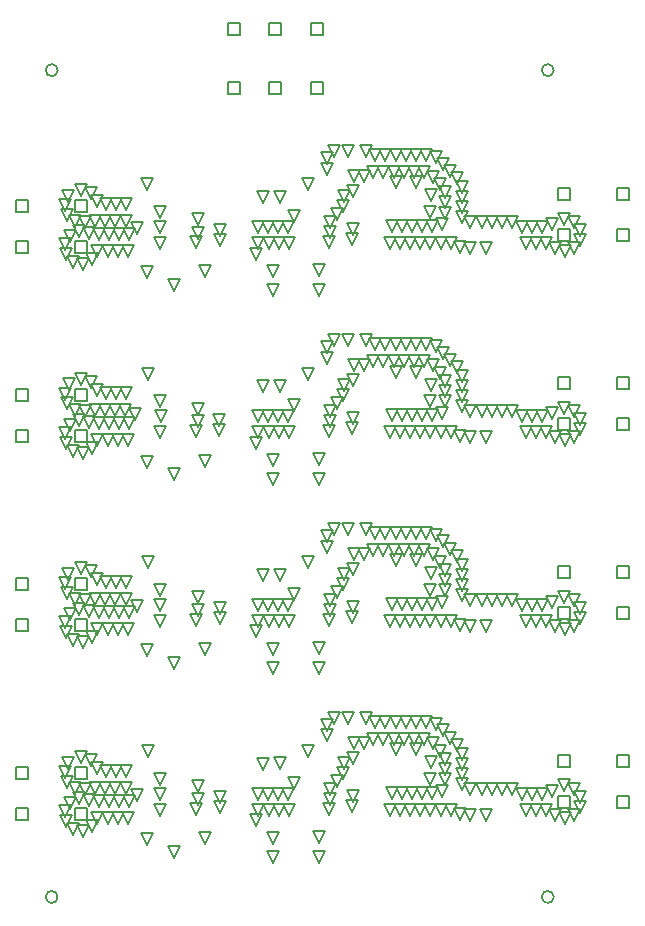
<source format=gbr>
G04*
G04 #@! TF.GenerationSoftware,Altium Limited,Altium Designer,25.1.2 (22)*
G04*
G04 Layer_Color=2752767*
%FSLAX25Y25*%
%MOIN*%
G70*
G04*
G04 #@! TF.SameCoordinates,F9270A21-815C-4611-AB15-1A1B74E7ADE5*
G04*
G04*
G04 #@! TF.FilePolarity,Positive*
G04*
G01*
G75*
%ADD11C,0.00500*%
%ADD28C,0.00667*%
D11*
X115815Y310992D02*
Y314992D01*
X119815D01*
Y310992D01*
X115815D01*
Y291307D02*
Y295307D01*
X119815D01*
Y291307D01*
X115815D01*
X102035Y310992D02*
Y314992D01*
X106035D01*
Y310992D01*
X102035D01*
Y291307D02*
Y295307D01*
X106035D01*
Y291307D01*
X102035D01*
X88256Y310992D02*
Y314992D01*
X92256D01*
Y310992D01*
X88256D01*
Y291307D02*
Y295307D01*
X92256D01*
Y291307D01*
X88256D01*
X17685Y188945D02*
Y192945D01*
X21685D01*
Y188945D01*
X17685D01*
X37370D02*
Y192945D01*
X41370D01*
Y188945D01*
X37370D01*
X17685Y175165D02*
Y179165D01*
X21685D01*
Y175165D01*
X17685D01*
X37370D02*
Y179165D01*
X41370D01*
Y175165D01*
X37370D01*
X17685Y251937D02*
Y255937D01*
X21685D01*
Y251937D01*
X17685D01*
X37370D02*
Y255937D01*
X41370D01*
Y251937D01*
X37370D01*
X17685Y238158D02*
Y242158D01*
X21685D01*
Y238158D01*
X17685D01*
X37370D02*
Y242158D01*
X41370D01*
Y238158D01*
X37370D01*
X218079Y242291D02*
Y246291D01*
X222079D01*
Y242291D01*
X218079D01*
X198394D02*
Y246291D01*
X202394D01*
Y242291D01*
X198394D01*
X218079Y256071D02*
Y260071D01*
X222079D01*
Y256071D01*
X218079D01*
X198394D02*
Y260071D01*
X202394D01*
Y256071D01*
X198394D01*
X218079Y179299D02*
Y183299D01*
X222079D01*
Y179299D01*
X218079D01*
X198394D02*
Y183299D01*
X202394D01*
Y179299D01*
X198394D01*
X218079Y193079D02*
Y197079D01*
X222079D01*
Y193079D01*
X218079D01*
X198394D02*
Y197079D01*
X202394D01*
Y193079D01*
X198394D01*
X17685Y125953D02*
Y129953D01*
X21685D01*
Y125953D01*
X17685D01*
X37370D02*
Y129953D01*
X41370D01*
Y125953D01*
X37370D01*
X17685Y112173D02*
Y116173D01*
X21685D01*
Y112173D01*
X17685D01*
X37370D02*
Y116173D01*
X41370D01*
Y112173D01*
X37370D01*
X218079Y116307D02*
Y120307D01*
X222079D01*
Y116307D01*
X218079D01*
X198394D02*
Y120307D01*
X202394D01*
Y116307D01*
X198394D01*
X218079Y130087D02*
Y134087D01*
X222079D01*
Y130087D01*
X218079D01*
X198394D02*
Y134087D01*
X202394D01*
Y130087D01*
X198394D01*
X17685Y62961D02*
Y66961D01*
X21685D01*
Y62961D01*
X17685D01*
X37370D02*
Y66961D01*
X41370D01*
Y62961D01*
X37370D01*
X17685Y49181D02*
Y53181D01*
X21685D01*
Y49181D01*
X17685D01*
X37370D02*
Y53181D01*
X41370D01*
Y49181D01*
X37370D01*
X218079Y53315D02*
Y57315D01*
X222079D01*
Y53315D01*
X218079D01*
X198394D02*
Y57315D01*
X202394D01*
Y53315D01*
X198394D01*
X218079Y67094D02*
Y71095D01*
X222079D01*
Y67094D01*
X218079D01*
X198394D02*
Y71095D01*
X202394D01*
Y67094D01*
X198394D01*
X191051Y239526D02*
X189051Y243526D01*
X193051D01*
X191051Y239526D01*
X194413D02*
X192413Y243526D01*
X196413D01*
X194413Y239526D01*
X187689Y176534D02*
X185689Y180534D01*
X189689D01*
X187689Y176534D01*
X186180Y245056D02*
X184180Y249056D01*
X188180D01*
X186180Y245056D01*
X205597Y244028D02*
X203597Y248028D01*
X207597D01*
X205597Y244028D01*
X191051Y113542D02*
X189051Y117542D01*
X193051D01*
X191051Y113542D01*
X205627Y114682D02*
X203627Y118682D01*
X207627D01*
X205627Y114682D01*
X189542Y56080D02*
X187542Y60080D01*
X191542D01*
X189542Y56080D01*
X173047Y183531D02*
X171047Y187531D01*
X175047D01*
X173047Y183531D01*
X200394Y121769D02*
X198394Y125769D01*
X202394D01*
X200394Y121769D01*
X183133Y246479D02*
X181133Y250479D01*
X185133D01*
X183133Y246479D01*
X186180Y119072D02*
X184180Y123072D01*
X188180D01*
X186180Y119072D01*
X197286Y237779D02*
X195286Y241779D01*
X199286D01*
X197286Y237779D01*
X187689Y239526D02*
X185689Y243526D01*
X189689D01*
X187689Y239526D01*
X189542Y245056D02*
X187542Y249056D01*
X191542D01*
X189542Y245056D01*
X205627Y240666D02*
X203627Y244666D01*
X207627D01*
X205627Y240666D01*
X186180Y56080D02*
X184180Y60080D01*
X188180D01*
X186180Y56080D01*
X200509Y47846D02*
X198509Y51846D01*
X202509D01*
X200509Y47846D01*
X174472Y49083D02*
X172473Y53083D01*
X176472D01*
X174472Y49083D01*
X200394Y247753D02*
X198394Y251753D01*
X202394D01*
X200394Y247753D01*
X196184Y245794D02*
X194184Y249794D01*
X198184D01*
X196184Y245794D01*
X189542Y182064D02*
X187542Y186064D01*
X191542D01*
X189542Y182064D01*
X176409Y183509D02*
X174409Y187509D01*
X178409D01*
X176409Y183509D01*
X205597Y55052D02*
X203597Y59052D01*
X207597D01*
X205597Y55052D01*
X197286Y48803D02*
X195286Y52803D01*
X199286D01*
X197286Y48803D01*
X203597Y183739D02*
X201597Y187739D01*
X205597D01*
X203597Y183739D01*
X196184Y56818D02*
X194184Y60818D01*
X198184D01*
X196184Y56818D01*
X192904Y56080D02*
X190904Y60080D01*
X194904D01*
X192904Y56080D01*
Y182064D02*
X190904Y186064D01*
X194904D01*
X192904Y182064D01*
X174472Y112075D02*
X172473Y116075D01*
X176472D01*
X174472Y112075D01*
X196184Y119810D02*
X194184Y123810D01*
X198184D01*
X196184Y119810D01*
X192904Y245056D02*
X190904Y249056D01*
X194904D01*
X192904Y245056D01*
X203686Y174929D02*
X201686Y178929D01*
X205686D01*
X203686Y174929D01*
X205597Y118044D02*
X203597Y122044D01*
X207597D01*
X205597Y118044D01*
X179771Y57527D02*
X177771Y61527D01*
X181771D01*
X179771Y57527D01*
X200394Y184761D02*
X198394Y188761D01*
X202394D01*
X200394Y184761D01*
X205627Y51690D02*
X203627Y55690D01*
X207627D01*
X205627Y51690D01*
X200509Y236822D02*
X198509Y240822D01*
X202509D01*
X200509Y236822D01*
X203686Y48944D02*
X201686Y52944D01*
X205686D01*
X203686Y48944D01*
X176409Y120517D02*
X174409Y124517D01*
X178409D01*
X176409Y120517D01*
X203597Y120747D02*
X201597Y124747D01*
X205597D01*
X203597Y120747D01*
X196184Y182802D02*
X194184Y186802D01*
X198184D01*
X196184Y182802D01*
X173047Y246523D02*
X171047Y250523D01*
X175047D01*
X173047Y246523D01*
Y120539D02*
X171047Y124539D01*
X175047D01*
X173047Y120539D01*
X176409Y246501D02*
X174409Y250501D01*
X178409D01*
X176409Y246501D01*
X200509Y173830D02*
X198509Y177830D01*
X202509D01*
X200509Y173830D01*
X176409Y57525D02*
X174409Y61525D01*
X178409D01*
X176409Y57525D01*
X187689Y50550D02*
X185689Y54550D01*
X189689D01*
X187689Y50550D01*
X179771Y246503D02*
X177771Y250503D01*
X181771D01*
X179771Y246503D01*
X197286Y174787D02*
X195286Y178787D01*
X199286D01*
X197286Y174787D01*
X183133Y120495D02*
X181133Y124495D01*
X185133D01*
X183133Y120495D01*
X194413Y113542D02*
X192413Y117542D01*
X196413D01*
X194413Y113542D01*
X179771Y183511D02*
X177771Y187511D01*
X181771D01*
X179771Y183511D01*
X205597Y181036D02*
X203597Y185036D01*
X207597D01*
X205597Y181036D01*
X200509Y110838D02*
X198509Y114838D01*
X202509D01*
X200509Y110838D01*
X200394Y58777D02*
X198394Y62777D01*
X202394D01*
X200394Y58777D01*
X203686Y111936D02*
X201686Y115937D01*
X205686D01*
X203686Y111936D01*
X203597Y57754D02*
X201597Y61754D01*
X205597D01*
X203597Y57754D01*
X183133Y57503D02*
X181133Y61503D01*
X185133D01*
X183133Y57503D01*
X203597Y246731D02*
X201597Y250731D01*
X205597D01*
X203597Y246731D01*
X174472Y238060D02*
X172473Y242060D01*
X176472D01*
X174472Y238060D01*
X192904Y119072D02*
X190904Y123072D01*
X194904D01*
X192904Y119072D01*
X179771Y120519D02*
X177771Y124519D01*
X181771D01*
X179771Y120519D01*
X197286Y111795D02*
X195286Y115795D01*
X199286D01*
X197286Y111795D01*
X203686Y237921D02*
X201686Y241921D01*
X205686D01*
X203686Y237921D01*
X174472Y175067D02*
X172473Y179068D01*
X176472D01*
X174472Y175067D01*
X187689Y113542D02*
X185689Y117542D01*
X189689D01*
X187689Y113542D01*
X194413Y50550D02*
X192413Y54550D01*
X196413D01*
X194413Y50550D01*
X191051Y176534D02*
X189051Y180534D01*
X193051D01*
X191051Y176534D01*
X183133Y183487D02*
X181133Y187487D01*
X185133D01*
X183133Y183487D01*
X173047Y57547D02*
X171047Y61547D01*
X175047D01*
X173047Y57547D01*
X189542Y119072D02*
X187542Y123072D01*
X191542D01*
X189542Y119072D01*
X191051Y50550D02*
X189051Y54550D01*
X193051D01*
X191051Y50550D01*
X186180Y182064D02*
X184180Y186064D01*
X188180D01*
X186180Y182064D01*
X205627Y177674D02*
X203627Y181674D01*
X207627D01*
X205627Y177674D01*
X194413Y176534D02*
X192413Y180534D01*
X196413D01*
X194413Y176534D01*
X169078Y57547D02*
X167078Y61547D01*
X171078D01*
X169078Y57547D01*
X168954Y49083D02*
X166954Y53083D01*
X170954D01*
X168954Y49083D01*
X165596Y49247D02*
X163596Y53247D01*
X167596D01*
X165596Y49247D01*
X162522Y50609D02*
X160522Y54609D01*
X164522D01*
X162522Y50609D01*
X159160D02*
X157160Y54609D01*
X161160D01*
X159160Y50609D01*
X155798D02*
X153798Y54609D01*
X157798D01*
X155798Y50609D01*
X152436D02*
X150436Y54609D01*
X154436D01*
X152436Y50609D01*
X149073D02*
X147073Y54609D01*
X151073D01*
X149073Y50609D01*
X145711D02*
X143711Y54609D01*
X147711D01*
X145711Y50609D01*
X142349D02*
X140349Y54609D01*
X144349D01*
X142349Y50609D01*
X129677Y52012D02*
X127677Y56012D01*
X131677D01*
X129677Y52012D01*
X129867Y55369D02*
X127867Y59369D01*
X131867D01*
X129867Y55369D01*
X142940Y56139D02*
X140940Y60139D01*
X144940D01*
X142940Y56139D01*
X146303D02*
X144303Y60139D01*
X148303D01*
X146303Y56139D01*
X149665D02*
X147665Y60139D01*
X151665D01*
X149665Y56139D01*
X153027D02*
X151027Y60139D01*
X155027D01*
X153027Y56139D01*
X156389D02*
X154389Y60139D01*
X158389D01*
X156389Y56139D01*
X159639Y57001D02*
X157639Y61001D01*
X161639D01*
X159639Y57001D01*
X169078Y120539D02*
X167078Y124539D01*
X171078D01*
X169078Y120539D01*
X168954Y112075D02*
X166954Y116075D01*
X170954D01*
X168954Y112075D01*
X165596Y112239D02*
X163596Y116239D01*
X167596D01*
X165596Y112239D01*
X162522Y113601D02*
X160522Y117601D01*
X164522D01*
X162522Y113601D01*
X159160D02*
X157160Y117601D01*
X161160D01*
X159160Y113601D01*
X155798D02*
X153798Y117601D01*
X157798D01*
X155798Y113601D01*
X152436D02*
X150436Y117601D01*
X154436D01*
X152436Y113601D01*
X149073D02*
X147073Y117601D01*
X151073D01*
X149073Y113601D01*
X145711D02*
X143711Y117601D01*
X147711D01*
X145711Y113601D01*
X142349D02*
X140349Y117601D01*
X144349D01*
X142349Y113601D01*
X129677Y115004D02*
X127677Y119004D01*
X131677D01*
X129677Y115004D01*
X129867Y118361D02*
X127867Y122361D01*
X131867D01*
X129867Y118361D01*
X142940Y119131D02*
X140940Y123131D01*
X144940D01*
X142940Y119131D01*
X146303D02*
X144303Y123131D01*
X148303D01*
X146303Y119131D01*
X149665D02*
X147665Y123131D01*
X151665D01*
X149665Y119131D01*
X153027D02*
X151027Y123131D01*
X155027D01*
X153027Y119131D01*
X156389D02*
X154389Y123131D01*
X158389D01*
X156389Y119131D01*
X159639Y119993D02*
X157639Y123993D01*
X161639D01*
X159639Y119993D01*
X169078Y183531D02*
X167078Y187531D01*
X171078D01*
X169078Y183531D01*
X168954Y175067D02*
X166954Y179068D01*
X170954D01*
X168954Y175067D01*
X165596Y175231D02*
X163596Y179231D01*
X167596D01*
X165596Y175231D01*
X162522Y176593D02*
X160522Y180593D01*
X164522D01*
X162522Y176593D01*
X159160D02*
X157160Y180593D01*
X161160D01*
X159160Y176593D01*
X155798D02*
X153798Y180593D01*
X157798D01*
X155798Y176593D01*
X152436D02*
X150436Y180593D01*
X154436D01*
X152436Y176593D01*
X149073D02*
X147073Y180593D01*
X151073D01*
X149073Y176593D01*
X145711D02*
X143711Y180593D01*
X147711D01*
X145711Y176593D01*
X142349D02*
X140349Y180593D01*
X144349D01*
X142349Y176593D01*
X129677Y177996D02*
X127677Y181996D01*
X131677D01*
X129677Y177996D01*
X129867Y181353D02*
X127867Y185353D01*
X131867D01*
X129867Y181353D01*
X142940Y182123D02*
X140940Y186123D01*
X144940D01*
X142940Y182123D01*
X146303D02*
X144303Y186123D01*
X148303D01*
X146303Y182123D01*
X149665D02*
X147665Y186123D01*
X151665D01*
X149665Y182123D01*
X153027D02*
X151027Y186123D01*
X155027D01*
X153027Y182123D01*
X156389D02*
X154389Y186123D01*
X158389D01*
X156389Y182123D01*
X159639Y182985D02*
X157639Y186985D01*
X161639D01*
X159639Y182985D01*
Y245977D02*
X157639Y249977D01*
X161639D01*
X159639Y245977D01*
X156389Y245115D02*
X154389Y249115D01*
X158389D01*
X156389Y245115D01*
X153027D02*
X151027Y249115D01*
X155027D01*
X153027Y245115D01*
X149665D02*
X147665Y249115D01*
X151665D01*
X149665Y245115D01*
X146303D02*
X144303Y249115D01*
X148303D01*
X146303Y245115D01*
X142940D02*
X140940Y249115D01*
X144940D01*
X142940Y245115D01*
X129867Y244345D02*
X127867Y248345D01*
X131867D01*
X129867Y244345D01*
X129677Y240988D02*
X127677Y244988D01*
X131677D01*
X129677Y240988D01*
X142349Y239585D02*
X140349Y243585D01*
X144349D01*
X142349Y239585D01*
X145711D02*
X143711Y243585D01*
X147711D01*
X145711Y239585D01*
X149073D02*
X147073Y243585D01*
X151073D01*
X149073Y239585D01*
X152436D02*
X150436Y243585D01*
X154436D01*
X152436Y239585D01*
X155798D02*
X153798Y243585D01*
X157798D01*
X155798Y239585D01*
X159160D02*
X157160Y243585D01*
X161160D01*
X159160Y239585D01*
X162522D02*
X160522Y243585D01*
X164522D01*
X162522Y239585D01*
X165596Y238223D02*
X163596Y242223D01*
X167596D01*
X165596Y238223D01*
X168954Y238060D02*
X166954Y242060D01*
X170954D01*
X168954Y238060D01*
X169078Y246523D02*
X167078Y250523D01*
X171078D01*
X169078Y246523D01*
X166151Y254902D02*
X164151Y258902D01*
X168151D01*
X166151Y254902D01*
X160621Y249766D02*
X158621Y253766D01*
X162621D01*
X160621Y249766D01*
X166151Y248178D02*
X164151Y252178D01*
X168151D01*
X166151Y248178D01*
Y251540D02*
X164151Y255540D01*
X168151D01*
X166151Y251540D01*
X160621Y253128D02*
X158621Y257128D01*
X162621D01*
X160621Y253128D01*
X155709Y60894D02*
X153709Y64894D01*
X157709D01*
X155709Y60894D01*
Y123886D02*
X153709Y127886D01*
X157709D01*
X155709Y123886D01*
Y186878D02*
X153709Y190878D01*
X157709D01*
X155709Y186878D01*
Y249969D02*
X153709Y253969D01*
X157709D01*
X155709Y249969D01*
X61417Y259319D02*
X59417Y263319D01*
X63417D01*
X61417Y259319D01*
X103248Y41405D02*
X101248Y45406D01*
X105248D01*
X103248Y41405D01*
Y34811D02*
X101248Y38811D01*
X105248D01*
X103248Y34811D01*
Y104398D02*
X101248Y108398D01*
X105248D01*
X103248Y104398D01*
Y97803D02*
X101248Y101803D01*
X105248D01*
X103248Y97803D01*
Y167390D02*
X101248Y171390D01*
X105248D01*
X103248Y167390D01*
Y160795D02*
X101248Y164795D01*
X105248D01*
X103248Y160795D01*
Y223787D02*
X101248Y227787D01*
X105248D01*
X103248Y223787D01*
Y230382D02*
X101248Y234382D01*
X105248D01*
X103248Y230382D01*
X61516Y70342D02*
X59516Y74343D01*
X63516D01*
X61516Y70342D01*
X61417Y40815D02*
X59417Y44815D01*
X63417D01*
X61417Y40815D01*
X80610Y41209D02*
X78610Y45209D01*
X82610D01*
X80610Y41209D01*
X97638Y47114D02*
X95638Y51114D01*
X99638D01*
X97638Y47114D01*
X105709Y66110D02*
X103709Y70110D01*
X107709D01*
X105709Y66110D01*
X115059Y70244D02*
X113059Y74244D01*
X117059D01*
X115059Y70244D01*
X144390Y70933D02*
X142390Y74933D01*
X146390D01*
X144390Y70933D01*
X151083D02*
X149083Y74933D01*
X153083D01*
X151083Y70933D01*
X155905Y66701D02*
X153905Y70701D01*
X157905D01*
X155905Y66701D01*
X61516Y133335D02*
X59516Y137335D01*
X63516D01*
X61516Y133335D01*
X61417Y103807D02*
X59417Y107807D01*
X63417D01*
X61417Y103807D01*
X80610Y104201D02*
X78610Y108201D01*
X82610D01*
X80610Y104201D01*
X97638Y110106D02*
X95638Y114106D01*
X99638D01*
X97638Y110106D01*
X105709Y129102D02*
X103709Y133102D01*
X107709D01*
X105709Y129102D01*
X115059Y133236D02*
X113059Y137236D01*
X117059D01*
X115059Y133236D01*
X144390Y133925D02*
X142390Y137925D01*
X146390D01*
X144390Y133925D01*
X151083D02*
X149083Y137925D01*
X153083D01*
X151083Y133925D01*
X155905Y129693D02*
X153905Y133693D01*
X157905D01*
X155905Y129693D01*
X61516Y196072D02*
X59516Y200072D01*
X63516D01*
X61516Y196072D01*
X61417Y166544D02*
X59417Y170544D01*
X63417D01*
X61417Y166544D01*
X80610Y166938D02*
X78610Y170938D01*
X82610D01*
X80610Y166938D01*
X97638Y172843D02*
X95638Y176843D01*
X99638D01*
X97638Y172843D01*
X105709Y191839D02*
X103709Y195839D01*
X107709D01*
X105709Y191839D01*
X115059Y195973D02*
X113059Y199973D01*
X117059D01*
X115059Y195973D01*
X144390Y196662D02*
X142390Y200662D01*
X146390D01*
X144390Y196662D01*
X151083D02*
X149083Y200662D01*
X153083D01*
X151083Y196662D01*
X155905Y192430D02*
X153905Y196430D01*
X157905D01*
X155905Y192430D01*
Y255677D02*
X153905Y259677D01*
X157905D01*
X155905Y255677D01*
X151083Y259910D02*
X149083Y263910D01*
X153083D01*
X151083Y259910D01*
X144390D02*
X142390Y263910D01*
X146390D01*
X144390Y259910D01*
X115059Y259221D02*
X113059Y263221D01*
X117059D01*
X115059Y259221D01*
X105709Y255087D02*
X103709Y259087D01*
X107709D01*
X105709Y255087D01*
X97638Y236090D02*
X95638Y240090D01*
X99638D01*
X97638Y236090D01*
X80610Y230185D02*
X78610Y234185D01*
X82610D01*
X80610Y230185D01*
X61417Y229791D02*
X59417Y233791D01*
X63417D01*
X61417Y229791D01*
X118701Y34909D02*
X116701Y38909D01*
X120701D01*
X118701Y34909D01*
Y41602D02*
X116701Y45602D01*
X120701D01*
X118701Y41602D01*
Y97902D02*
X116701Y101902D01*
X120701D01*
X118701Y97902D01*
Y104595D02*
X116701Y108595D01*
X120701D01*
X118701Y104595D01*
Y160894D02*
X116701Y164894D01*
X120701D01*
X118701Y160894D01*
Y167587D02*
X116701Y171587D01*
X120701D01*
X118701Y167587D01*
Y230579D02*
X116701Y234579D01*
X120701D01*
X118701Y230579D01*
Y223886D02*
X116701Y227886D01*
X120701D01*
X118701Y223886D01*
X99902Y66012D02*
X97902Y70012D01*
X101902D01*
X99902Y66012D01*
Y129004D02*
X97902Y133004D01*
X101902D01*
X99902Y129004D01*
Y191996D02*
X97902Y195996D01*
X101902D01*
X99902Y191996D01*
X70177Y36583D02*
X68177Y40583D01*
X72177D01*
X70177Y36583D01*
Y99575D02*
X68177Y103575D01*
X72177D01*
X70177Y99575D01*
Y162567D02*
X68177Y166567D01*
X72177D01*
X70177Y162567D01*
X99902Y254988D02*
X97902Y258988D01*
X101902D01*
X99902Y254988D01*
X70177Y225559D02*
X68177Y229559D01*
X72177D01*
X70177Y225559D01*
X121812Y239922D02*
X119812Y243922D01*
X123812D01*
X121812Y239922D01*
X105186Y50540D02*
X103186Y54540D01*
X107186D01*
X105186Y50540D01*
X121812Y50946D02*
X119812Y54946D01*
X123812D01*
X121812Y50946D01*
X101744Y182054D02*
X99744Y186054D01*
X103744D01*
X101744Y182054D01*
X108468Y56070D02*
X106468Y60070D01*
X110468D01*
X108468Y56070D01*
X85447Y180770D02*
X83447Y184770D01*
X87447D01*
X85447Y180770D01*
X105106Y245046D02*
X103106Y249046D01*
X107106D01*
X105106Y245046D01*
X121812Y113938D02*
X119812Y117938D01*
X123812D01*
X121812Y113938D01*
X85473Y177408D02*
X83473Y181407D01*
X87473D01*
X85473Y177408D01*
X101744Y56070D02*
X99744Y60070D01*
X103744D01*
X101744Y56070D01*
X85516Y54854D02*
X83516Y58854D01*
X87516D01*
X85516Y54854D01*
X105186Y176524D02*
X103186Y180524D01*
X107186D01*
X105186Y176524D01*
X101824Y239516D02*
X99824Y243516D01*
X103824D01*
X101824Y239516D01*
X108468Y182054D02*
X106468Y186054D01*
X110468D01*
X108468Y182054D01*
X85542Y51492D02*
X83542Y55492D01*
X87542D01*
X85542Y51492D01*
X108468Y119062D02*
X106468Y123062D01*
X110468D01*
X108468Y119062D01*
X122386Y243235D02*
X120386Y247235D01*
X124386D01*
X122386Y243235D01*
Y54259D02*
X120386Y58259D01*
X124386D01*
X122386Y54259D01*
X105106Y182054D02*
X103106Y186054D01*
X107106D01*
X105106Y182054D01*
X101824Y176524D02*
X99824Y180524D01*
X103824D01*
X101824Y176524D01*
X105186Y113532D02*
X103186Y117532D01*
X107186D01*
X105186Y113532D01*
X122386Y117251D02*
X120386Y121251D01*
X124386D01*
X122386Y117251D01*
X101824Y50540D02*
X99824Y54540D01*
X103824D01*
X101824Y50540D01*
Y113532D02*
X99824Y117532D01*
X103824D01*
X101824Y113532D01*
X105106Y56070D02*
X103106Y60070D01*
X107106D01*
X105106Y56070D01*
X108548Y176524D02*
X106548Y180524D01*
X110548D01*
X108548Y176524D01*
X121812Y176930D02*
X119812Y180930D01*
X123812D01*
X121812Y176930D01*
X98382Y119062D02*
X96382Y123062D01*
X100382D01*
X98382Y119062D01*
X98462Y113532D02*
X96461Y117532D01*
X100461D01*
X98462Y113532D01*
X85516Y117846D02*
X83516Y121846D01*
X87516D01*
X85516Y117846D01*
X122386Y180243D02*
X120386Y184243D01*
X124386D01*
X122386Y180243D01*
X98382Y245046D02*
X96382Y249046D01*
X100382D01*
X98382Y245046D01*
X101744D02*
X99744Y249046D01*
X103744D01*
X101744Y245046D01*
X98382Y56070D02*
X96382Y60070D01*
X100382D01*
X98382Y56070D01*
X98462Y176524D02*
X96461Y180524D01*
X100461D01*
X98462Y176524D01*
X85516Y243831D02*
X83516Y247831D01*
X87516D01*
X85516Y243831D01*
X108548Y50540D02*
X106548Y54540D01*
X110548D01*
X108548Y50540D01*
X98462D02*
X96461Y54540D01*
X100461D01*
X98462Y50540D01*
X98382Y182054D02*
X96382Y186054D01*
X100382D01*
X98382Y182054D01*
X108468Y245046D02*
X106468Y249046D01*
X110468D01*
X108468Y245046D01*
X85542Y240469D02*
X83542Y244468D01*
X87542D01*
X85542Y240469D01*
X108548Y239516D02*
X106548Y243516D01*
X110548D01*
X108548Y239516D01*
X85542Y114484D02*
X83542Y118484D01*
X87542D01*
X85542Y114484D01*
X108548Y113532D02*
X106548Y117532D01*
X110548D01*
X108548Y113532D01*
X105186Y239516D02*
X103186Y243516D01*
X107186D01*
X105186Y239516D01*
X98462D02*
X96461Y243516D01*
X100461D01*
X98462Y239516D01*
X101744Y119062D02*
X99744Y123062D01*
X103744D01*
X101744Y119062D01*
X105106D02*
X103106Y123062D01*
X107106D01*
X105106Y119062D01*
X110195Y59566D02*
X108195Y63566D01*
X112195D01*
X110195Y59566D01*
X39370Y68423D02*
X37370Y72422D01*
X41370D01*
X39370Y68423D01*
X42573Y67400D02*
X40573Y71400D01*
X44573D01*
X42573Y67400D01*
X44573Y64697D02*
X42573Y68698D01*
X46573D01*
X44573Y64697D01*
X47700Y63462D02*
X45700Y67462D01*
X49700D01*
X47700Y63462D01*
X51062D02*
X49062Y67462D01*
X53062D01*
X51062Y63462D01*
X54425D02*
X52425Y67462D01*
X56425D01*
X54425Y63462D01*
X65748Y61090D02*
X63748Y65091D01*
X67748D01*
X65748Y61090D01*
X78173Y58524D02*
X76173Y62524D01*
X80173D01*
X78173Y58524D01*
X54156Y57932D02*
X52156Y61932D01*
X56156D01*
X54156Y57932D01*
X50794D02*
X48794Y61932D01*
X52794D01*
X50794Y57932D01*
X47432D02*
X45432Y61932D01*
X49432D01*
X47432Y57932D01*
X44070D02*
X42070Y61932D01*
X46070D01*
X44070Y57932D01*
X40718Y57663D02*
X38718Y61663D01*
X42718D01*
X40718Y57663D01*
X37363Y57869D02*
X35362Y61870D01*
X39362D01*
X37363Y57869D01*
X34756Y59994D02*
X32756Y63994D01*
X36756D01*
X34756Y59994D01*
X33890Y63242D02*
X31890Y67242D01*
X35890D01*
X33890Y63242D01*
X35097Y66380D02*
X33097Y70380D01*
X37097D01*
X35097Y66380D01*
X78173Y54121D02*
X76173Y58121D01*
X80173D01*
X78173Y54121D01*
X77600Y50808D02*
X75599Y54808D01*
X79599D01*
X77600Y50808D01*
X54874Y48089D02*
X52874Y52089D01*
X56874D01*
X54874Y48089D01*
X51512D02*
X49512Y52089D01*
X53512D01*
X51512Y48089D01*
X48149D02*
X46150Y52089D01*
X50150D01*
X48149Y48089D01*
X44787D02*
X42787Y52089D01*
X46787D01*
X44787Y48089D01*
X43108Y45177D02*
X41107Y49177D01*
X45107D01*
X43108Y45177D01*
X40062Y43753D02*
X38062Y47753D01*
X42062D01*
X40062Y43753D01*
X36757Y44372D02*
X34757Y48372D01*
X38757D01*
X36757Y44372D01*
X34433Y46802D02*
X32433Y50802D01*
X36433D01*
X34433Y46802D01*
X33976Y50133D02*
X31976Y54133D01*
X35976D01*
X33976Y50133D01*
X35558Y53100D02*
X33558Y57100D01*
X37558D01*
X35558Y53100D01*
X38570Y54595D02*
X36569Y58595D01*
X40569D01*
X38570Y54595D01*
X41888Y54054D02*
X39888Y58054D01*
X43888D01*
X41888Y54054D01*
X45222Y53619D02*
X43222Y57619D01*
X47222D01*
X45222Y53619D01*
X48584D02*
X46584Y57619D01*
X50584D01*
X48584Y53619D01*
X51946D02*
X49946Y57619D01*
X53946D01*
X51946Y53619D01*
X55309D02*
X53308Y57619D01*
X57309D01*
X55309Y53619D01*
X58062Y55549D02*
X56062Y59549D01*
X60062D01*
X58062Y55549D01*
X65748Y55874D02*
X63748Y59874D01*
X67748D01*
X65748Y55874D01*
X65650Y50657D02*
X63650Y54658D01*
X67650D01*
X65650Y50657D01*
X110195Y122559D02*
X108195Y126559D01*
X112195D01*
X110195Y122559D01*
X39370Y131415D02*
X37370Y135415D01*
X41370D01*
X39370Y131415D01*
X42573Y130392D02*
X40573Y134392D01*
X44573D01*
X42573Y130392D01*
X44573Y127690D02*
X42573Y131690D01*
X46573D01*
X44573Y127690D01*
X47700Y126454D02*
X45700Y130454D01*
X49700D01*
X47700Y126454D01*
X51062D02*
X49062Y130454D01*
X53062D01*
X51062Y126454D01*
X54425D02*
X52425Y130454D01*
X56425D01*
X54425Y126454D01*
X65748Y124083D02*
X63748Y128083D01*
X67748D01*
X65748Y124083D01*
X78173Y121516D02*
X76173Y125516D01*
X80173D01*
X78173Y121516D01*
X54156Y120924D02*
X52156Y124924D01*
X56156D01*
X54156Y120924D01*
X50794D02*
X48794Y124924D01*
X52794D01*
X50794Y120924D01*
X47432D02*
X45432Y124924D01*
X49432D01*
X47432Y120924D01*
X44070D02*
X42070Y124924D01*
X46070D01*
X44070Y120924D01*
X40718Y120655D02*
X38718Y124655D01*
X42718D01*
X40718Y120655D01*
X37363Y120862D02*
X35362Y124862D01*
X39362D01*
X37363Y120862D01*
X34756Y122986D02*
X32756Y126986D01*
X36756D01*
X34756Y122986D01*
X33890Y126234D02*
X31890Y130235D01*
X35890D01*
X33890Y126234D01*
X35097Y129373D02*
X33097Y133372D01*
X37097D01*
X35097Y129373D01*
X78173Y117113D02*
X76173Y121113D01*
X80173D01*
X78173Y117113D01*
X77600Y113800D02*
X75599Y117800D01*
X79599D01*
X77600Y113800D01*
X54874Y111081D02*
X52874Y115081D01*
X56874D01*
X54874Y111081D01*
X51512D02*
X49512Y115081D01*
X53512D01*
X51512Y111081D01*
X48149D02*
X46150Y115081D01*
X50150D01*
X48149Y111081D01*
X44787D02*
X42787Y115081D01*
X46787D01*
X44787Y111081D01*
X43108Y108169D02*
X41107Y112169D01*
X45107D01*
X43108Y108169D01*
X40062Y106745D02*
X38062Y110745D01*
X42062D01*
X40062Y106745D01*
X36757Y107364D02*
X34757Y111364D01*
X38757D01*
X36757Y107364D01*
X34433Y109794D02*
X32433Y113794D01*
X36433D01*
X34433Y109794D01*
X33976Y113125D02*
X31976Y117125D01*
X35976D01*
X33976Y113125D01*
X35558Y116092D02*
X33558Y120092D01*
X37558D01*
X35558Y116092D01*
X38570Y117587D02*
X36569Y121587D01*
X40569D01*
X38570Y117587D01*
X41888Y117046D02*
X39888Y121046D01*
X43888D01*
X41888Y117046D01*
X45222Y116612D02*
X43222Y120612D01*
X47222D01*
X45222Y116612D01*
X48584D02*
X46584Y120612D01*
X50584D01*
X48584Y116612D01*
X51946D02*
X49946Y120612D01*
X53946D01*
X51946Y116612D01*
X55309D02*
X53308Y120612D01*
X57309D01*
X55309Y116612D01*
X58062Y118542D02*
X56062Y122541D01*
X60062D01*
X58062Y118542D01*
X65748Y118866D02*
X63748Y122866D01*
X67748D01*
X65748Y118866D01*
X65650Y113650D02*
X63650Y117650D01*
X67650D01*
X65650Y113650D01*
X134335Y81196D02*
X132335Y85196D01*
X136335D01*
X134335Y81196D01*
X137437Y79899D02*
X135437Y83899D01*
X139437D01*
X137437Y79899D01*
X140799D02*
X138799Y83899D01*
X142799D01*
X140799Y79899D01*
X144161D02*
X142162Y83899D01*
X146161D01*
X144161Y79899D01*
X147524D02*
X145524Y83899D01*
X149524D01*
X147524Y79899D01*
X150886D02*
X148886Y83899D01*
X152886D01*
X150886Y79899D01*
X154248D02*
X152248Y83899D01*
X156248D01*
X154248Y79899D01*
X157575Y79412D02*
X155575Y83412D01*
X159575D01*
X157575Y79412D01*
X160031Y77116D02*
X158031Y81116D01*
X162031D01*
X160031Y77116D01*
X162408Y74738D02*
X160408Y78738D01*
X164408D01*
X162408Y74738D01*
X164786Y72361D02*
X162786Y76361D01*
X166786D01*
X164786Y72361D01*
X166151Y69288D02*
X164151Y73288D01*
X168151D01*
X166151Y69288D01*
Y65926D02*
X164151Y69926D01*
X168151D01*
X166151Y65926D01*
Y62564D02*
X164151Y66564D01*
X168151D01*
X166151Y62564D01*
Y59202D02*
X164151Y63201D01*
X168151D01*
X166151Y59202D01*
X160621Y60790D02*
X158621Y64790D01*
X162621D01*
X160621Y60790D01*
Y64152D02*
X158621Y68152D01*
X162621D01*
X160621Y64152D01*
Y67514D02*
X158621Y71514D01*
X162621D01*
X160621Y67514D01*
X158915Y70411D02*
X156915Y74411D01*
X160915D01*
X158915Y70411D01*
X156537Y72789D02*
X154537Y76789D01*
X158537D01*
X156537Y72789D01*
X153569Y74369D02*
X151569Y78369D01*
X155570D01*
X153569Y74369D01*
X150207D02*
X148207Y78369D01*
X152207D01*
X150207Y74369D01*
X146845D02*
X144845Y78369D01*
X148845D01*
X146845Y74369D01*
X143483D02*
X141483Y78369D01*
X145483D01*
X143483Y74369D01*
X140121D02*
X138121Y78369D01*
X142121D01*
X140121Y74369D01*
X136758D02*
X134758Y78369D01*
X138759D01*
X136758Y74369D01*
X133712Y72947D02*
X131712Y76947D01*
X135712D01*
X133712Y72947D01*
X130350Y72902D02*
X128350Y76902D01*
X132350D01*
X130350Y72902D01*
X128445Y81366D02*
X126445Y85366D01*
X130445D01*
X128445Y81366D01*
X129823Y68043D02*
X127823Y72043D01*
X131823D01*
X129823Y68043D01*
X127005Y66209D02*
X125005Y70209D01*
X129005D01*
X127005Y66209D01*
X126720Y62859D02*
X124720Y66859D01*
X128720D01*
X126720Y62859D01*
X124680Y60187D02*
X122680Y64187D01*
X126680D01*
X124680Y60187D01*
X122386Y57729D02*
X120386Y61729D01*
X124386D01*
X122386Y57729D01*
X121379Y75441D02*
X119378Y79441D01*
X123379D01*
X121379Y75441D01*
Y78803D02*
X119378Y82803D01*
X123379D01*
X121379Y78803D01*
X123564Y81358D02*
X121564Y85358D01*
X125564D01*
X123564Y81358D01*
X134335Y144188D02*
X132335Y148188D01*
X136335D01*
X134335Y144188D01*
X137437Y142891D02*
X135437Y146891D01*
X139437D01*
X137437Y142891D01*
X140799D02*
X138799Y146891D01*
X142799D01*
X140799Y142891D01*
X144161D02*
X142162Y146891D01*
X146161D01*
X144161Y142891D01*
X147524D02*
X145524Y146891D01*
X149524D01*
X147524Y142891D01*
X150886D02*
X148886Y146891D01*
X152886D01*
X150886Y142891D01*
X154248D02*
X152248Y146891D01*
X156248D01*
X154248Y142891D01*
X157575Y142404D02*
X155575Y146404D01*
X159575D01*
X157575Y142404D01*
X160031Y140108D02*
X158031Y144108D01*
X162031D01*
X160031Y140108D01*
X162408Y137730D02*
X160408Y141730D01*
X164408D01*
X162408Y137730D01*
X164786Y135353D02*
X162786Y139353D01*
X166786D01*
X164786Y135353D01*
X166151Y132280D02*
X164151Y136280D01*
X168151D01*
X166151Y132280D01*
Y128918D02*
X164151Y132918D01*
X168151D01*
X166151Y128918D01*
Y125556D02*
X164151Y129556D01*
X168151D01*
X166151Y125556D01*
Y122194D02*
X164151Y126194D01*
X168151D01*
X166151Y122194D01*
X160621Y123782D02*
X158621Y127782D01*
X162621D01*
X160621Y123782D01*
Y127144D02*
X158621Y131144D01*
X162621D01*
X160621Y127144D01*
Y130506D02*
X158621Y134506D01*
X162621D01*
X160621Y130506D01*
X158915Y133403D02*
X156915Y137403D01*
X160915D01*
X158915Y133403D01*
X156537Y135781D02*
X154537Y139781D01*
X158537D01*
X156537Y135781D01*
X153569Y137361D02*
X151569Y141361D01*
X155570D01*
X153569Y137361D01*
X150207D02*
X148207Y141361D01*
X152207D01*
X150207Y137361D01*
X146845D02*
X144845Y141361D01*
X148845D01*
X146845Y137361D01*
X143483D02*
X141483Y141361D01*
X145483D01*
X143483Y137361D01*
X140121D02*
X138121Y141361D01*
X142121D01*
X140121Y137361D01*
X136758D02*
X134758Y141361D01*
X138759D01*
X136758Y137361D01*
X133712Y135940D02*
X131712Y139939D01*
X135712D01*
X133712Y135940D01*
X130350Y135894D02*
X128350Y139894D01*
X132350D01*
X130350Y135894D01*
X128445Y144358D02*
X126445Y148358D01*
X130445D01*
X128445Y144358D01*
X129823Y131035D02*
X127823Y135035D01*
X131823D01*
X129823Y131035D01*
X127005Y129201D02*
X125005Y133201D01*
X129005D01*
X127005Y129201D01*
X126720Y125851D02*
X124720Y129851D01*
X128720D01*
X126720Y125851D01*
X124680Y123179D02*
X122680Y127179D01*
X126680D01*
X124680Y123179D01*
X122386Y120721D02*
X120386Y124721D01*
X124386D01*
X122386Y120721D01*
X121379Y138433D02*
X119378Y142433D01*
X123379D01*
X121379Y138433D01*
Y141795D02*
X119378Y145795D01*
X123379D01*
X121379Y141795D01*
X123564Y144350D02*
X121564Y148350D01*
X125564D01*
X123564Y144350D01*
X134335Y207181D02*
X132335Y211180D01*
X136335D01*
X134335Y207181D01*
X137437Y205883D02*
X135437Y209883D01*
X139437D01*
X137437Y205883D01*
X140799D02*
X138799Y209883D01*
X142799D01*
X140799Y205883D01*
X144161D02*
X142162Y209883D01*
X146161D01*
X144161Y205883D01*
X147524D02*
X145524Y209883D01*
X149524D01*
X147524Y205883D01*
X150886D02*
X148886Y209883D01*
X152886D01*
X150886Y205883D01*
X154248D02*
X152248Y209883D01*
X156248D01*
X154248Y205883D01*
X157575Y205396D02*
X155575Y209396D01*
X159575D01*
X157575Y205396D01*
X160031Y203100D02*
X158031Y207100D01*
X162031D01*
X160031Y203100D01*
X162408Y200722D02*
X160408Y204722D01*
X164408D01*
X162408Y200722D01*
X164786Y198345D02*
X162786Y202345D01*
X166786D01*
X164786Y198345D01*
X166151Y195272D02*
X164151Y199272D01*
X168151D01*
X166151Y195272D01*
Y191910D02*
X164151Y195910D01*
X168151D01*
X166151Y191910D01*
Y188548D02*
X164151Y192548D01*
X168151D01*
X166151Y188548D01*
Y185186D02*
X164151Y189186D01*
X168151D01*
X166151Y185186D01*
X160621Y186774D02*
X158621Y190774D01*
X162621D01*
X160621Y186774D01*
Y190136D02*
X158621Y194136D01*
X162621D01*
X160621Y190136D01*
Y193498D02*
X158621Y197498D01*
X162621D01*
X160621Y193498D01*
X158915Y196395D02*
X156915Y200395D01*
X160915D01*
X158915Y196395D01*
X156537Y198773D02*
X154537Y202773D01*
X158537D01*
X156537Y198773D01*
X153569Y200353D02*
X151569Y204353D01*
X155570D01*
X153569Y200353D01*
X150207D02*
X148207Y204353D01*
X152207D01*
X150207Y200353D01*
X146845D02*
X144845Y204353D01*
X148845D01*
X146845Y200353D01*
X143483D02*
X141483Y204353D01*
X145483D01*
X143483Y200353D01*
X140121D02*
X138121Y204353D01*
X142121D01*
X140121Y200353D01*
X136758D02*
X134758Y204353D01*
X138759D01*
X136758Y200353D01*
X133712Y198932D02*
X131712Y202932D01*
X135712D01*
X133712Y198932D01*
X130350Y198886D02*
X128350Y202886D01*
X132350D01*
X130350Y198886D01*
X128445Y207350D02*
X126445Y211350D01*
X130445D01*
X128445Y207350D01*
X129823Y194027D02*
X127823Y198027D01*
X131823D01*
X129823Y194027D01*
X127005Y192193D02*
X125005Y196194D01*
X129005D01*
X127005Y192193D01*
X126720Y188843D02*
X124720Y192843D01*
X128720D01*
X126720Y188843D01*
X124680Y186171D02*
X122680Y190171D01*
X126680D01*
X124680Y186171D01*
X122386Y183713D02*
X120386Y187713D01*
X124386D01*
X122386Y183713D01*
X121379Y201425D02*
X119378Y205425D01*
X123379D01*
X121379Y201425D01*
Y204787D02*
X119378Y208787D01*
X123379D01*
X121379Y204787D01*
X123564Y207342D02*
X121564Y211342D01*
X125564D01*
X123564Y207342D01*
X110195Y185551D02*
X108195Y189551D01*
X112195D01*
X110195Y185551D01*
X65551Y187075D02*
X63551Y191075D01*
X67551D01*
X65551Y187075D01*
Y176445D02*
X63551Y180445D01*
X67551D01*
X65551Y176445D01*
X35202Y192501D02*
X33202Y196501D01*
X37202D01*
X35202Y192501D01*
X33911Y189397D02*
X31910Y193397D01*
X35910D01*
X33911Y189397D01*
X34684Y186125D02*
X32684Y190125D01*
X36684D01*
X34684Y186125D01*
X37217Y183914D02*
X35217Y187914D01*
X39217D01*
X37217Y183914D01*
X40564Y183595D02*
X38564Y187595D01*
X42564D01*
X40564Y183595D01*
X43911Y183916D02*
X41911Y187916D01*
X45911D01*
X43911Y183916D01*
X47273D02*
X45273Y187916D01*
X49273D01*
X47273Y183916D01*
X50635D02*
X48635Y187916D01*
X52635D01*
X50635Y183916D01*
X53997D02*
X51997Y187916D01*
X55997D01*
X53997Y183916D01*
X57382Y182646D02*
X55382Y186646D01*
X59382D01*
X57382Y182646D01*
X78173Y184253D02*
X76173Y188253D01*
X80173D01*
X78173Y184253D01*
X54425Y189446D02*
X52425Y193446D01*
X56425D01*
X54425Y189446D01*
X51062D02*
X49062Y193446D01*
X53062D01*
X51062Y189446D01*
X47700D02*
X45700Y193446D01*
X49700D01*
X47700Y189446D01*
X44573Y190682D02*
X42573Y194682D01*
X46573D01*
X44573Y190682D01*
X42573Y193384D02*
X40573Y197384D01*
X44573D01*
X42573Y193384D01*
X39370Y194407D02*
X37370Y198407D01*
X41370D01*
X39370Y194407D01*
X65847Y181858D02*
X63846Y185858D01*
X67847D01*
X65847Y181858D01*
X55309Y179604D02*
X53308Y183604D01*
X57309D01*
X55309Y179604D01*
X51946D02*
X49946Y183604D01*
X53946D01*
X51946Y179604D01*
X48584D02*
X46584Y183604D01*
X50584D01*
X48584Y179604D01*
X45222D02*
X43222Y183604D01*
X47222D01*
X45222Y179604D01*
X41888Y180038D02*
X39888Y184038D01*
X43888D01*
X41888Y180038D01*
X38570Y180579D02*
X36569Y184579D01*
X40569D01*
X38570Y180579D01*
X35558Y179084D02*
X33558Y183084D01*
X37558D01*
X35558Y179084D01*
X33976Y176117D02*
X31976Y180117D01*
X35976D01*
X33976Y176117D01*
X34433Y172786D02*
X32433Y176786D01*
X36433D01*
X34433Y172786D01*
X36757Y170357D02*
X34757Y174356D01*
X38757D01*
X36757Y170357D01*
X40062Y169737D02*
X38062Y173737D01*
X42062D01*
X40062Y169737D01*
X43108Y171161D02*
X41107Y175161D01*
X45107D01*
X43108Y171161D01*
X44787Y174074D02*
X42787Y178074D01*
X46787D01*
X44787Y174074D01*
X48149D02*
X46150Y178074D01*
X50150D01*
X48149Y174074D01*
X51512D02*
X49512Y178074D01*
X53512D01*
X51512Y174074D01*
X54874D02*
X52874Y178074D01*
X56874D01*
X54874Y174074D01*
X77600Y176792D02*
X75599Y180792D01*
X79599D01*
X77600Y176792D01*
X78173Y180105D02*
X76173Y184105D01*
X80173D01*
X78173Y180105D01*
X65650Y239634D02*
X63650Y243634D01*
X67650D01*
X65650Y239634D01*
X65748Y244850D02*
X63748Y248850D01*
X67748D01*
X65748Y244850D01*
X58062Y244526D02*
X56062Y248526D01*
X60062D01*
X58062Y244526D01*
X55309Y242596D02*
X53308Y246596D01*
X57309D01*
X55309Y242596D01*
X51946D02*
X49946Y246596D01*
X53946D01*
X51946Y242596D01*
X48584D02*
X46584Y246596D01*
X50584D01*
X48584Y242596D01*
X45222D02*
X43222Y246596D01*
X47222D01*
X45222Y242596D01*
X41888Y243030D02*
X39888Y247030D01*
X43888D01*
X41888Y243030D01*
X38570Y243571D02*
X36569Y247571D01*
X40569D01*
X38570Y243571D01*
X35558Y242076D02*
X33558Y246076D01*
X37558D01*
X35558Y242076D01*
X33976Y239109D02*
X31976Y243109D01*
X35976D01*
X33976Y239109D01*
X34433Y235778D02*
X32433Y239778D01*
X36433D01*
X34433Y235778D01*
X36757Y233349D02*
X34757Y237349D01*
X38757D01*
X36757Y233349D01*
X40062Y232729D02*
X38062Y236729D01*
X42062D01*
X40062Y232729D01*
X43108Y234153D02*
X41107Y238153D01*
X45107D01*
X43108Y234153D01*
X44787Y237066D02*
X42787Y241066D01*
X46787D01*
X44787Y237066D01*
X48149D02*
X46150Y241066D01*
X50150D01*
X48149Y237066D01*
X51512D02*
X49512Y241066D01*
X53512D01*
X51512Y237066D01*
X54874D02*
X52874Y241066D01*
X56874D01*
X54874Y237066D01*
X77600Y239785D02*
X75599Y243784D01*
X79599D01*
X77600Y239785D01*
X78173Y243097D02*
X76173Y247097D01*
X80173D01*
X78173Y243097D01*
X35097Y255357D02*
X33097Y259357D01*
X37097D01*
X35097Y255357D01*
X33890Y252219D02*
X31890Y256219D01*
X35890D01*
X33890Y252219D01*
X34756Y248970D02*
X32756Y252970D01*
X36756D01*
X34756Y248970D01*
X37363Y246846D02*
X35362Y250846D01*
X39362D01*
X37363Y246846D01*
X40718Y246639D02*
X38718Y250639D01*
X42718D01*
X40718Y246639D01*
X44070Y246908D02*
X42070Y250908D01*
X46070D01*
X44070Y246908D01*
X47432D02*
X45432Y250908D01*
X49432D01*
X47432Y246908D01*
X50794D02*
X48794Y250908D01*
X52794D01*
X50794Y246908D01*
X54156D02*
X52156Y250908D01*
X56156D01*
X54156Y246908D01*
X78173Y247500D02*
X76173Y251501D01*
X80173D01*
X78173Y247500D01*
X65748Y250067D02*
X63748Y254067D01*
X67748D01*
X65748Y250067D01*
X54425Y252438D02*
X52425Y256438D01*
X56425D01*
X54425Y252438D01*
X51062D02*
X49062Y256438D01*
X53062D01*
X51062Y252438D01*
X47700D02*
X45700Y256438D01*
X49700D01*
X47700Y252438D01*
X44573Y253674D02*
X42573Y257674D01*
X46573D01*
X44573Y253674D01*
X42573Y256376D02*
X40573Y260376D01*
X44573D01*
X42573Y256376D01*
X39370Y257399D02*
X37370Y261399D01*
X41370D01*
X39370Y257399D01*
X123564Y270334D02*
X121564Y274334D01*
X125564D01*
X123564Y270334D01*
X121379Y267779D02*
X119378Y271779D01*
X123379D01*
X121379Y267779D01*
Y264417D02*
X119378Y268417D01*
X123379D01*
X121379Y264417D01*
X110195Y248543D02*
X108195Y252543D01*
X112195D01*
X110195Y248543D01*
X122386Y246705D02*
X120386Y250705D01*
X124386D01*
X122386Y246705D01*
X124680Y249163D02*
X122680Y253163D01*
X126680D01*
X124680Y249163D01*
X126720Y251835D02*
X124720Y255836D01*
X128720D01*
X126720Y251835D01*
X127005Y255186D02*
X125005Y259186D01*
X129005D01*
X127005Y255186D01*
X129823Y257019D02*
X127823Y261019D01*
X131823D01*
X129823Y257019D01*
X128445Y270342D02*
X126445Y274342D01*
X130445D01*
X128445Y270342D01*
X130350Y261878D02*
X128350Y265879D01*
X132350D01*
X130350Y261878D01*
X133712Y261924D02*
X131712Y265924D01*
X135712D01*
X133712Y261924D01*
X136758Y263345D02*
X134758Y267345D01*
X138759D01*
X136758Y263345D01*
X140121D02*
X138121Y267345D01*
X142121D01*
X140121Y263345D01*
X143483D02*
X141483Y267345D01*
X145483D01*
X143483Y263345D01*
X146845D02*
X144845Y267345D01*
X148845D01*
X146845Y263345D01*
X150207D02*
X148207Y267345D01*
X152207D01*
X150207Y263345D01*
X153569D02*
X151569Y267345D01*
X155570D01*
X153569Y263345D01*
X156537Y261765D02*
X154537Y265765D01*
X158537D01*
X156537Y261765D01*
X158915Y259388D02*
X156915Y263388D01*
X160915D01*
X158915Y259388D01*
X160621Y256490D02*
X158621Y260490D01*
X162621D01*
X160621Y256490D01*
X166151Y258264D02*
X164151Y262264D01*
X168151D01*
X166151Y258264D01*
X164786Y261337D02*
X162786Y265337D01*
X166786D01*
X164786Y261337D01*
X162408Y263715D02*
X160408Y267715D01*
X164408D01*
X162408Y263715D01*
X160031Y266092D02*
X158031Y270092D01*
X162031D01*
X160031Y266092D01*
X157575Y268388D02*
X155575Y272388D01*
X159575D01*
X157575Y268388D01*
X154248Y268875D02*
X152248Y272875D01*
X156248D01*
X154248Y268875D01*
X150886D02*
X148886Y272875D01*
X152886D01*
X150886Y268875D01*
X147524D02*
X145524Y272875D01*
X149524D01*
X147524Y268875D01*
X144161D02*
X142162Y272875D01*
X146161D01*
X144161Y268875D01*
X140799D02*
X138799Y272875D01*
X142799D01*
X140799Y268875D01*
X137437D02*
X135437Y272875D01*
X139437D01*
X137437Y268875D01*
X134335Y270173D02*
X132335Y274173D01*
X136335D01*
X134335Y270173D01*
D28*
X196882Y299213D02*
G03*
X196882Y299213I-2000J0D01*
G01*
X31528D02*
G03*
X31528Y299213I-2000J0D01*
G01*
X196882Y23622D02*
G03*
X196882Y23622I-2000J0D01*
G01*
X31528D02*
G03*
X31528Y23622I-2000J0D01*
G01*
M02*

</source>
